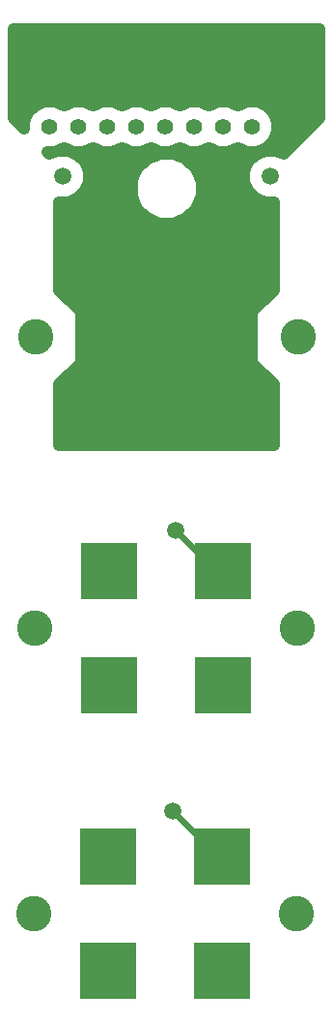
<source format=gbr>
G04 (created by PCBNEW (2013-may-18)-stable) date Пт 28 авг 2015 20:05:46*
%MOIN*%
G04 Gerber Fmt 3.4, Leading zero omitted, Abs format*
%FSLAX34Y34*%
G01*
G70*
G90*
G04 APERTURE LIST*
%ADD10C,0.00393701*%
%ADD11R,0.19685X0.19685*%
%ADD12C,0.122047*%
%ADD13C,0.0551181*%
%ADD14C,0.0590551*%
%ADD15C,0.019685*%
%ADD16C,0.0393701*%
G04 APERTURE END LIST*
G54D10*
G54D11*
X9536Y-28790D03*
X13473Y-28790D03*
X9536Y-24853D03*
X13473Y-24853D03*
G54D12*
X6977Y-26821D03*
X16032Y-26821D03*
G54D11*
X9506Y-38616D03*
X13443Y-38616D03*
X9506Y-34679D03*
X13443Y-34679D03*
G54D12*
X6947Y-36648D03*
X16002Y-36648D03*
G54D13*
X14482Y-9535D03*
X13482Y-9535D03*
X12482Y-9535D03*
X11482Y-9535D03*
X10482Y-9535D03*
X9482Y-9535D03*
X8482Y-9535D03*
X7482Y-9535D03*
X7482Y-9535D03*
X8482Y-9535D03*
X9482Y-9535D03*
X10482Y-9535D03*
X11482Y-9535D03*
X12482Y-9535D03*
X13482Y-9535D03*
X14482Y-9535D03*
G54D12*
X16055Y-16790D03*
X7000Y-16790D03*
G54D14*
X11744Y-33124D03*
X7950Y-11250D03*
X11850Y-23450D03*
X15100Y-11250D03*
G54D15*
X13443Y-34679D02*
X13299Y-34679D01*
X13299Y-34679D02*
X11744Y-33124D01*
X13473Y-24853D02*
X13253Y-24853D01*
X13253Y-24853D02*
X11850Y-23450D01*
G54D10*
G36*
X16813Y-9249D02*
X15575Y-10488D01*
X15276Y-10364D01*
X14924Y-10364D01*
X14598Y-10498D01*
X14349Y-10747D01*
X14214Y-11073D01*
X14214Y-11425D01*
X14348Y-11751D01*
X14597Y-12000D01*
X14923Y-12135D01*
X15238Y-12135D01*
X15238Y-15163D01*
X14480Y-15921D01*
X14480Y-17659D01*
X15238Y-18416D01*
X15238Y-20500D01*
X12730Y-20500D01*
X12730Y-11441D01*
X12728Y-11438D01*
X12728Y-11434D01*
X12639Y-11216D01*
X12550Y-10999D01*
X12546Y-10992D01*
X12546Y-10992D01*
X12546Y-10992D01*
X12541Y-10984D01*
X12537Y-10983D01*
X12215Y-10661D01*
X12215Y-10658D01*
X12211Y-10657D01*
X12209Y-10654D01*
X11991Y-10564D01*
X11775Y-10472D01*
X11771Y-10472D01*
X11767Y-10471D01*
X11532Y-10471D01*
X11297Y-10469D01*
X11294Y-10471D01*
X11290Y-10471D01*
X11072Y-10560D01*
X10855Y-10649D01*
X10848Y-10653D01*
X10848Y-10653D01*
X10848Y-10653D01*
X10840Y-10658D01*
X10839Y-10662D01*
X10517Y-10984D01*
X10514Y-10984D01*
X10513Y-10988D01*
X10510Y-10990D01*
X10420Y-11208D01*
X10328Y-11424D01*
X10328Y-11428D01*
X10327Y-11432D01*
X10327Y-11667D01*
X10325Y-11902D01*
X10326Y-11905D01*
X10326Y-11909D01*
X10416Y-12127D01*
X10505Y-12344D01*
X10509Y-12351D01*
X10509Y-12351D01*
X10509Y-12351D01*
X10514Y-12359D01*
X10518Y-12360D01*
X10840Y-12682D01*
X10840Y-12685D01*
X10844Y-12686D01*
X10846Y-12689D01*
X11064Y-12779D01*
X11280Y-12871D01*
X11284Y-12871D01*
X11288Y-12872D01*
X11523Y-12872D01*
X11758Y-12874D01*
X11761Y-12873D01*
X11765Y-12873D01*
X11983Y-12783D01*
X12200Y-12694D01*
X12207Y-12690D01*
X12207Y-12690D01*
X12207Y-12690D01*
X12215Y-12685D01*
X12216Y-12681D01*
X12538Y-12359D01*
X12541Y-12359D01*
X12542Y-12355D01*
X12545Y-12353D01*
X12635Y-12135D01*
X12727Y-11919D01*
X12727Y-11915D01*
X12728Y-11911D01*
X12728Y-11676D01*
X12730Y-11441D01*
X12730Y-20500D01*
X7817Y-20500D01*
X7817Y-18416D01*
X8575Y-17659D01*
X8575Y-15921D01*
X7817Y-15163D01*
X7817Y-12135D01*
X8125Y-12135D01*
X8451Y-12001D01*
X8700Y-11752D01*
X8835Y-11426D01*
X8835Y-11074D01*
X8701Y-10748D01*
X8452Y-10499D01*
X8126Y-10364D01*
X7774Y-10364D01*
X7478Y-10486D01*
X7394Y-10401D01*
X7484Y-10401D01*
X7653Y-10401D01*
X7656Y-10400D01*
X7659Y-10400D01*
X7968Y-10271D01*
X7969Y-10271D01*
X7972Y-10269D01*
X7982Y-10259D01*
X7991Y-10268D01*
X8309Y-10401D01*
X8653Y-10401D01*
X8972Y-10269D01*
X8982Y-10259D01*
X8991Y-10268D01*
X9309Y-10401D01*
X9653Y-10401D01*
X9972Y-10269D01*
X9982Y-10259D01*
X9991Y-10268D01*
X10309Y-10401D01*
X10653Y-10401D01*
X10972Y-10269D01*
X10982Y-10259D01*
X10991Y-10268D01*
X11309Y-10401D01*
X11653Y-10401D01*
X11972Y-10269D01*
X11982Y-10259D01*
X11991Y-10268D01*
X12309Y-10401D01*
X12653Y-10401D01*
X12972Y-10269D01*
X12982Y-10259D01*
X12991Y-10268D01*
X13309Y-10401D01*
X13653Y-10401D01*
X13972Y-10269D01*
X13982Y-10259D01*
X13991Y-10268D01*
X14309Y-10401D01*
X14653Y-10401D01*
X14972Y-10269D01*
X15216Y-10026D01*
X15348Y-9708D01*
X15348Y-9363D01*
X15216Y-9045D01*
X14973Y-8801D01*
X14655Y-8669D01*
X14310Y-8668D01*
X13992Y-8800D01*
X13982Y-8810D01*
X13973Y-8801D01*
X13655Y-8669D01*
X13310Y-8668D01*
X12992Y-8800D01*
X12982Y-8810D01*
X12973Y-8801D01*
X12655Y-8669D01*
X12310Y-8668D01*
X11992Y-8800D01*
X11982Y-8810D01*
X11973Y-8801D01*
X11655Y-8669D01*
X11310Y-8668D01*
X10992Y-8800D01*
X10982Y-8810D01*
X10973Y-8801D01*
X10655Y-8669D01*
X10310Y-8668D01*
X9992Y-8800D01*
X9982Y-8810D01*
X9973Y-8801D01*
X9655Y-8669D01*
X9310Y-8668D01*
X8992Y-8800D01*
X8982Y-8810D01*
X8973Y-8801D01*
X8655Y-8669D01*
X8310Y-8668D01*
X7992Y-8800D01*
X7982Y-8810D01*
X7973Y-8801D01*
X7969Y-8799D01*
X7968Y-8798D01*
X7812Y-8734D01*
X7655Y-8669D01*
X7652Y-8669D01*
X7649Y-8667D01*
X7480Y-8668D01*
X7310Y-8668D01*
X7308Y-8669D01*
X7305Y-8669D01*
X6995Y-8798D01*
X6995Y-8798D01*
X6992Y-8800D01*
X6748Y-9043D01*
X6746Y-9048D01*
X6745Y-9048D01*
X6681Y-9205D01*
X6616Y-9361D01*
X6616Y-9364D01*
X6615Y-9367D01*
X6616Y-9536D01*
X6616Y-9623D01*
X6242Y-9249D01*
X6242Y-6189D01*
X16813Y-6189D01*
X16813Y-9249D01*
X16813Y-9249D01*
G37*
G54D16*
X16813Y-9249D02*
X15575Y-10488D01*
X15276Y-10364D01*
X14924Y-10364D01*
X14598Y-10498D01*
X14349Y-10747D01*
X14214Y-11073D01*
X14214Y-11425D01*
X14348Y-11751D01*
X14597Y-12000D01*
X14923Y-12135D01*
X15238Y-12135D01*
X15238Y-15163D01*
X14480Y-15921D01*
X14480Y-17659D01*
X15238Y-18416D01*
X15238Y-20500D01*
X12730Y-20500D01*
X12730Y-11441D01*
X12728Y-11438D01*
X12728Y-11434D01*
X12639Y-11216D01*
X12550Y-10999D01*
X12546Y-10992D01*
X12546Y-10992D01*
X12546Y-10992D01*
X12541Y-10984D01*
X12537Y-10983D01*
X12215Y-10661D01*
X12215Y-10658D01*
X12211Y-10657D01*
X12209Y-10654D01*
X11991Y-10564D01*
X11775Y-10472D01*
X11771Y-10472D01*
X11767Y-10471D01*
X11532Y-10471D01*
X11297Y-10469D01*
X11294Y-10471D01*
X11290Y-10471D01*
X11072Y-10560D01*
X10855Y-10649D01*
X10848Y-10653D01*
X10848Y-10653D01*
X10848Y-10653D01*
X10840Y-10658D01*
X10839Y-10662D01*
X10517Y-10984D01*
X10514Y-10984D01*
X10513Y-10988D01*
X10510Y-10990D01*
X10420Y-11208D01*
X10328Y-11424D01*
X10328Y-11428D01*
X10327Y-11432D01*
X10327Y-11667D01*
X10325Y-11902D01*
X10326Y-11905D01*
X10326Y-11909D01*
X10416Y-12127D01*
X10505Y-12344D01*
X10509Y-12351D01*
X10509Y-12351D01*
X10509Y-12351D01*
X10514Y-12359D01*
X10518Y-12360D01*
X10840Y-12682D01*
X10840Y-12685D01*
X10844Y-12686D01*
X10846Y-12689D01*
X11064Y-12779D01*
X11280Y-12871D01*
X11284Y-12871D01*
X11288Y-12872D01*
X11523Y-12872D01*
X11758Y-12874D01*
X11761Y-12873D01*
X11765Y-12873D01*
X11983Y-12783D01*
X12200Y-12694D01*
X12207Y-12690D01*
X12207Y-12690D01*
X12207Y-12690D01*
X12215Y-12685D01*
X12216Y-12681D01*
X12538Y-12359D01*
X12541Y-12359D01*
X12542Y-12355D01*
X12545Y-12353D01*
X12635Y-12135D01*
X12727Y-11919D01*
X12727Y-11915D01*
X12728Y-11911D01*
X12728Y-11676D01*
X12730Y-11441D01*
X12730Y-20500D01*
X7817Y-20500D01*
X7817Y-18416D01*
X8575Y-17659D01*
X8575Y-15921D01*
X7817Y-15163D01*
X7817Y-12135D01*
X8125Y-12135D01*
X8451Y-12001D01*
X8700Y-11752D01*
X8835Y-11426D01*
X8835Y-11074D01*
X8701Y-10748D01*
X8452Y-10499D01*
X8126Y-10364D01*
X7774Y-10364D01*
X7478Y-10486D01*
X7394Y-10401D01*
X7484Y-10401D01*
X7653Y-10401D01*
X7656Y-10400D01*
X7659Y-10400D01*
X7968Y-10271D01*
X7969Y-10271D01*
X7972Y-10269D01*
X7982Y-10259D01*
X7991Y-10268D01*
X8309Y-10401D01*
X8653Y-10401D01*
X8972Y-10269D01*
X8982Y-10259D01*
X8991Y-10268D01*
X9309Y-10401D01*
X9653Y-10401D01*
X9972Y-10269D01*
X9982Y-10259D01*
X9991Y-10268D01*
X10309Y-10401D01*
X10653Y-10401D01*
X10972Y-10269D01*
X10982Y-10259D01*
X10991Y-10268D01*
X11309Y-10401D01*
X11653Y-10401D01*
X11972Y-10269D01*
X11982Y-10259D01*
X11991Y-10268D01*
X12309Y-10401D01*
X12653Y-10401D01*
X12972Y-10269D01*
X12982Y-10259D01*
X12991Y-10268D01*
X13309Y-10401D01*
X13653Y-10401D01*
X13972Y-10269D01*
X13982Y-10259D01*
X13991Y-10268D01*
X14309Y-10401D01*
X14653Y-10401D01*
X14972Y-10269D01*
X15216Y-10026D01*
X15348Y-9708D01*
X15348Y-9363D01*
X15216Y-9045D01*
X14973Y-8801D01*
X14655Y-8669D01*
X14310Y-8668D01*
X13992Y-8800D01*
X13982Y-8810D01*
X13973Y-8801D01*
X13655Y-8669D01*
X13310Y-8668D01*
X12992Y-8800D01*
X12982Y-8810D01*
X12973Y-8801D01*
X12655Y-8669D01*
X12310Y-8668D01*
X11992Y-8800D01*
X11982Y-8810D01*
X11973Y-8801D01*
X11655Y-8669D01*
X11310Y-8668D01*
X10992Y-8800D01*
X10982Y-8810D01*
X10973Y-8801D01*
X10655Y-8669D01*
X10310Y-8668D01*
X9992Y-8800D01*
X9982Y-8810D01*
X9973Y-8801D01*
X9655Y-8669D01*
X9310Y-8668D01*
X8992Y-8800D01*
X8982Y-8810D01*
X8973Y-8801D01*
X8655Y-8669D01*
X8310Y-8668D01*
X7992Y-8800D01*
X7982Y-8810D01*
X7973Y-8801D01*
X7969Y-8799D01*
X7968Y-8798D01*
X7812Y-8734D01*
X7655Y-8669D01*
X7652Y-8669D01*
X7649Y-8667D01*
X7480Y-8668D01*
X7310Y-8668D01*
X7308Y-8669D01*
X7305Y-8669D01*
X6995Y-8798D01*
X6995Y-8798D01*
X6992Y-8800D01*
X6748Y-9043D01*
X6746Y-9048D01*
X6745Y-9048D01*
X6681Y-9205D01*
X6616Y-9361D01*
X6616Y-9364D01*
X6615Y-9367D01*
X6616Y-9536D01*
X6616Y-9623D01*
X6242Y-9249D01*
X6242Y-6189D01*
X16813Y-6189D01*
X16813Y-9249D01*
M02*

</source>
